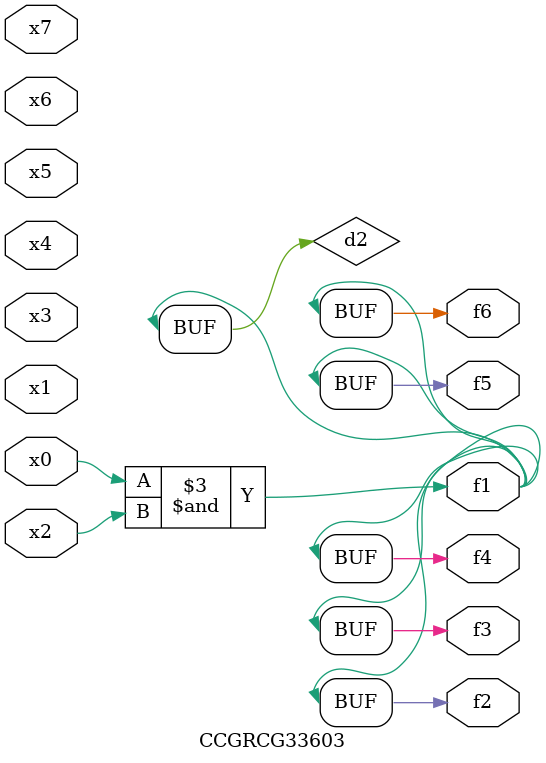
<source format=v>
module CCGRCG33603(
	input x0, x1, x2, x3, x4, x5, x6, x7,
	output f1, f2, f3, f4, f5, f6
);

	wire d1, d2;

	nor (d1, x3, x6);
	and (d2, x0, x2);
	assign f1 = d2;
	assign f2 = d2;
	assign f3 = d2;
	assign f4 = d2;
	assign f5 = d2;
	assign f6 = d2;
endmodule

</source>
